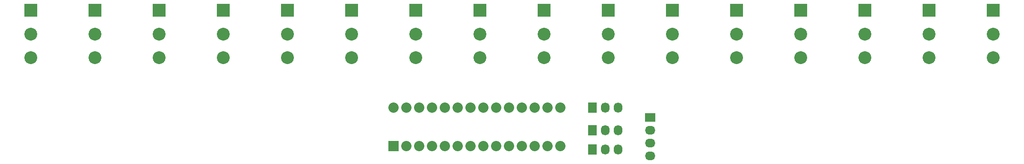
<source format=gbr>
G04 #@! TF.FileFunction,Soldermask,Top*
%FSLAX46Y46*%
G04 Gerber Fmt 4.6, Leading zero omitted, Abs format (unit mm)*
G04 Created by KiCad (PCBNEW 4.0.2-stable) date 12/08/2016 19:46:14*
%MOMM*%
G01*
G04 APERTURE LIST*
%ADD10C,0.100000*%
%ADD11R,1.727200X2.032000*%
%ADD12O,1.727200X2.032000*%
%ADD13R,2.032000X2.032000*%
%ADD14C,2.032000*%
%ADD15R,2.540000X2.540000*%
%ADD16C,2.540000*%
%ADD17R,2.032000X1.727200*%
%ADD18O,2.032000X1.727200*%
G04 APERTURE END LIST*
D10*
D11*
X187325000Y-43180000D03*
D12*
X189865000Y-43180000D03*
X192405000Y-43180000D03*
D13*
X147955000Y-46355000D03*
D14*
X150495000Y-46355000D03*
X153035000Y-46355000D03*
X155575000Y-46355000D03*
X158115000Y-46355000D03*
X160655000Y-46355000D03*
X163195000Y-46355000D03*
X165735000Y-46355000D03*
X168275000Y-46355000D03*
X170815000Y-46355000D03*
X173355000Y-46355000D03*
X175895000Y-46355000D03*
X178435000Y-46355000D03*
X180975000Y-46355000D03*
X180975000Y-38735000D03*
X178435000Y-38735000D03*
X175895000Y-38735000D03*
X173355000Y-38735000D03*
X170815000Y-38735000D03*
X168275000Y-38735000D03*
X165735000Y-38735000D03*
X163195000Y-38735000D03*
X160655000Y-38735000D03*
X158115000Y-38735000D03*
X155575000Y-38735000D03*
X153035000Y-38735000D03*
X150495000Y-38735000D03*
X147955000Y-38735000D03*
D15*
X266700000Y-19431000D03*
D16*
X266700000Y-24130000D03*
X266700000Y-28829000D03*
D15*
X254000000Y-19431000D03*
D16*
X254000000Y-24130000D03*
X254000000Y-28829000D03*
D15*
X241300000Y-19431000D03*
D16*
X241300000Y-24130000D03*
X241300000Y-28829000D03*
D15*
X228600000Y-19431000D03*
D16*
X228600000Y-24130000D03*
X228600000Y-28829000D03*
D15*
X215900000Y-19431000D03*
D16*
X215900000Y-24130000D03*
X215900000Y-28829000D03*
D15*
X203200000Y-19431000D03*
D16*
X203200000Y-24130000D03*
X203200000Y-28829000D03*
D15*
X190500000Y-19431000D03*
D16*
X190500000Y-24130000D03*
X190500000Y-28829000D03*
D15*
X177800000Y-19431000D03*
D16*
X177800000Y-24130000D03*
X177800000Y-28829000D03*
D15*
X165100000Y-19431000D03*
D16*
X165100000Y-24130000D03*
X165100000Y-28829000D03*
D15*
X152400000Y-19431000D03*
D16*
X152400000Y-24130000D03*
X152400000Y-28829000D03*
D15*
X139700000Y-19431000D03*
D16*
X139700000Y-24130000D03*
X139700000Y-28829000D03*
D15*
X127000000Y-19431000D03*
D16*
X127000000Y-24130000D03*
X127000000Y-28829000D03*
D15*
X114300000Y-19431000D03*
D16*
X114300000Y-24130000D03*
X114300000Y-28829000D03*
D15*
X101600000Y-19431000D03*
D16*
X101600000Y-24130000D03*
X101600000Y-28829000D03*
D15*
X88900000Y-19431000D03*
D16*
X88900000Y-24130000D03*
X88900000Y-28829000D03*
D15*
X76200000Y-19431000D03*
D16*
X76200000Y-24130000D03*
X76200000Y-28829000D03*
D17*
X198755000Y-40640000D03*
D18*
X198755000Y-43180000D03*
X198755000Y-45720000D03*
X198755000Y-48260000D03*
D11*
X187325000Y-46990000D03*
D12*
X189865000Y-46990000D03*
X192405000Y-46990000D03*
D11*
X187325000Y-38735000D03*
D12*
X189865000Y-38735000D03*
X192405000Y-38735000D03*
M02*

</source>
